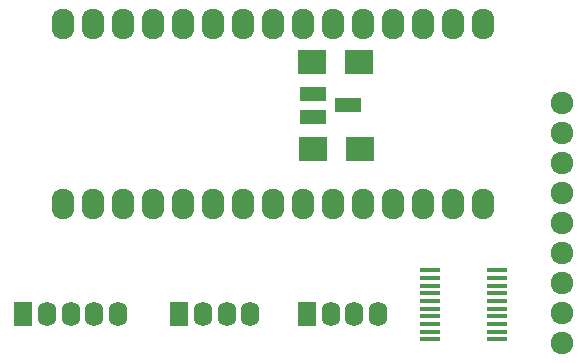
<source format=gts>
G04 #@! TF.FileFunction,Soldermask,Top*
%FSLAX46Y46*%
G04 Gerber Fmt 4.6, Leading zero omitted, Abs format (unit mm)*
G04 Created by KiCad (PCBNEW 0.201602201416+6573~42~ubuntu14.04.1-product) date Di 01 Mär 2016 17:47:30 CET*
%MOMM*%
G01*
G04 APERTURE LIST*
%ADD10C,0.100000*%
%ADD11R,1.598880X2.099260*%
%ADD12O,1.598880X2.099260*%
%ADD13C,1.924000*%
%ADD14O,1.924000X2.599640*%
%ADD15O,1.924000X2.597100*%
%ADD16R,1.752400X0.452400*%
%ADD17R,2.400000X2.100000*%
%ADD18R,2.200860X1.200100*%
G04 APERTURE END LIST*
D10*
D11*
X156797720Y-88320000D03*
D12*
X160800760Y-88320000D03*
X158799240Y-88320000D03*
X162799740Y-88320000D03*
D13*
X178371500Y-70421500D03*
X178371500Y-72961500D03*
X178371500Y-75501500D03*
X178371500Y-78041500D03*
X178371500Y-80581500D03*
X178371500Y-83121500D03*
X178371500Y-85661500D03*
X178371500Y-88201500D03*
X178371500Y-90741500D03*
D11*
X132796960Y-88320000D03*
D12*
X136800000Y-88320000D03*
X134798480Y-88320000D03*
X138798980Y-88320000D03*
X140800500Y-88320000D03*
D14*
X136144000Y-78994000D03*
X138684000Y-78994000D03*
X141224000Y-78994000D03*
X143764000Y-78994000D03*
X146304000Y-78994000D03*
X148844000Y-78994000D03*
X151384000Y-78994000D03*
X153924000Y-78994000D03*
X156464000Y-78994000D03*
X159004000Y-78994000D03*
X161544000Y-78994000D03*
X164084000Y-78994000D03*
X166624000Y-78994000D03*
X169164000Y-78994000D03*
X171704000Y-78994000D03*
X171704000Y-63754000D03*
X169164000Y-63754000D03*
X166624000Y-63754000D03*
X164084000Y-63754000D03*
D15*
X161544000Y-63754000D03*
X159004000Y-63754000D03*
X156464000Y-63754000D03*
X153924000Y-63754000D03*
X151384000Y-63754000D03*
X148844000Y-63754000D03*
X146304000Y-63754000D03*
X143764000Y-63754000D03*
X141224000Y-63754000D03*
X138684000Y-63754000D03*
X136144000Y-63754000D03*
D11*
X145996960Y-88320000D03*
D12*
X150000000Y-88320000D03*
X147998480Y-88320000D03*
X151998980Y-88320000D03*
D16*
X172853000Y-85228000D03*
X172853000Y-84578000D03*
X172853000Y-85878000D03*
X172853000Y-86528000D03*
X172853000Y-87178000D03*
X172853000Y-87828000D03*
X172853000Y-88478000D03*
X172853000Y-89128000D03*
X167253000Y-90428000D03*
X167253000Y-89778000D03*
X167253000Y-89128000D03*
X167253000Y-88478000D03*
X167253000Y-84578000D03*
X167253000Y-85228000D03*
X167253000Y-85878000D03*
X167253000Y-86528000D03*
X167253000Y-87178000D03*
X167253000Y-87828000D03*
X172853000Y-89778000D03*
X172853000Y-90428000D03*
D17*
X161200000Y-66920000D03*
X157200000Y-66920000D03*
X161300000Y-74320000D03*
X157300000Y-74320000D03*
D18*
X157298860Y-69670000D03*
X157298860Y-71570000D03*
X160301140Y-70620000D03*
M02*

</source>
